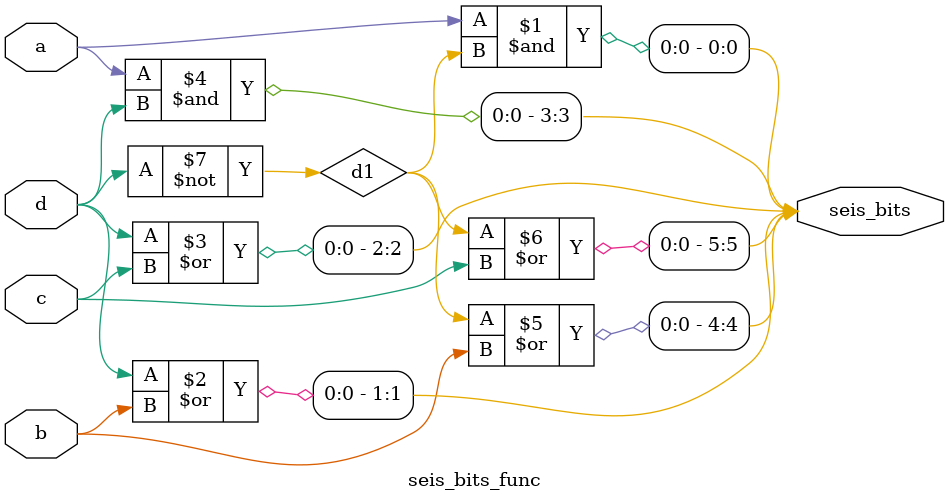
<source format=v>
module seis_bits_func(
	input a,b,c,d,
	output wire [5:0] seis_bits
);
//saida 1
not not0(d1,d);
and and0(seis_bits[0],a,d1);
//saida 2
or or0(seis_bits[1],d,b);
//saida 3
or or1(seis_bits[2],d,c);
//saida 4
and and1(seis_bits[3],a,d);
//saida 5
or or2(seis_bits[4],d1,b);
//saida 6
or or3(seis_bits[5],d1,c);
endmodule 
//transfere os 3 bits da função da interface 1 para a interface de saida correta e 000 para a outra 
</source>
